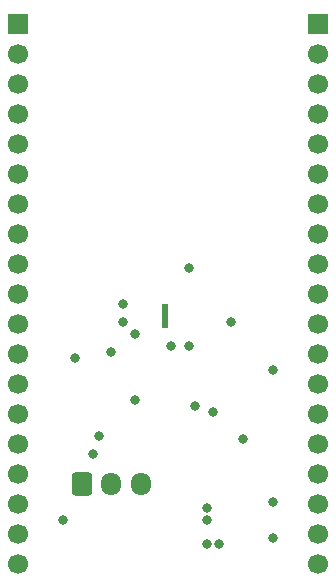
<source format=gbr>
%TF.GenerationSoftware,KiCad,Pcbnew,9.0.1+1*%
%TF.CreationDate,2025-05-03T16:11:17-04:00*%
%TF.ProjectId,lg_hvac_esp32,6c675f68-7661-4635-9f65-737033322e6b,rev?*%
%TF.SameCoordinates,Original*%
%TF.FileFunction,Copper,L4,Bot*%
%TF.FilePolarity,Positive*%
%FSLAX46Y46*%
G04 Gerber Fmt 4.6, Leading zero omitted, Abs format (unit mm)*
G04 Created by KiCad (PCBNEW 9.0.1+1) date 2025-05-03 16:11:17*
%MOMM*%
%LPD*%
G01*
G04 APERTURE LIST*
G04 Aperture macros list*
%AMRoundRect*
0 Rectangle with rounded corners*
0 $1 Rounding radius*
0 $2 $3 $4 $5 $6 $7 $8 $9 X,Y pos of 4 corners*
0 Add a 4 corners polygon primitive as box body*
4,1,4,$2,$3,$4,$5,$6,$7,$8,$9,$2,$3,0*
0 Add four circle primitives for the rounded corners*
1,1,$1+$1,$2,$3*
1,1,$1+$1,$4,$5*
1,1,$1+$1,$6,$7*
1,1,$1+$1,$8,$9*
0 Add four rect primitives between the rounded corners*
20,1,$1+$1,$2,$3,$4,$5,0*
20,1,$1+$1,$4,$5,$6,$7,0*
20,1,$1+$1,$6,$7,$8,$9,0*
20,1,$1+$1,$8,$9,$2,$3,0*%
G04 Aperture macros list end*
%TA.AperFunction,ComponentPad*%
%ADD10O,1.700000X1.950000*%
%TD*%
%TA.AperFunction,ComponentPad*%
%ADD11RoundRect,0.250000X-0.600000X-0.725000X0.600000X-0.725000X0.600000X0.725000X-0.600000X0.725000X0*%
%TD*%
%TA.AperFunction,HeatsinkPad*%
%ADD12C,0.500000*%
%TD*%
%TA.AperFunction,HeatsinkPad*%
%ADD13R,0.500000X2.000000*%
%TD*%
%TA.AperFunction,ComponentPad*%
%ADD14R,1.700000X1.700000*%
%TD*%
%TA.AperFunction,ComponentPad*%
%ADD15C,1.700000*%
%TD*%
%TA.AperFunction,ViaPad*%
%ADD16C,0.800000*%
%TD*%
G04 APERTURE END LIST*
D10*
%TO.P,J1,3,Pin_3*%
%TO.N,Net-(D1-A)*%
X47204000Y-73660000D03*
%TO.P,J1,2,Pin_2*%
%TO.N,LINBUS*%
X44704000Y-73660000D03*
D11*
%TO.P,J1,1,Pin_1*%
%TO.N,GND*%
X42204000Y-73660000D03*
%TD*%
D12*
%TO.P,U1,9,GND*%
%TO.N,GND*%
X49276000Y-58686000D03*
X49276000Y-59436000D03*
D13*
X49276000Y-59436000D03*
D12*
X49276000Y-60186000D03*
%TD*%
D14*
%TO.P,J2,1,Pin_1*%
%TO.N,+3V3*%
X36826320Y-34703840D03*
D15*
%TO.P,J2,2,Pin_2*%
%TO.N,unconnected-(J2-Pin_2-Pad2)*%
X36826320Y-37243840D03*
%TO.P,J2,3,Pin_3*%
%TO.N,unconnected-(J2-Pin_3-Pad3)*%
X36826320Y-39783840D03*
%TO.P,J2,4,Pin_4*%
%TO.N,unconnected-(J2-Pin_4-Pad4)*%
X36826320Y-42323840D03*
%TO.P,J2,5,Pin_5*%
%TO.N,unconnected-(J2-Pin_5-Pad5)*%
X36826320Y-44863840D03*
%TO.P,J2,6,Pin_6*%
%TO.N,unconnected-(J2-Pin_6-Pad6)*%
X36826320Y-47403840D03*
%TO.P,J2,7,Pin_7*%
%TO.N,unconnected-(J2-Pin_7-Pad7)*%
X36826320Y-49943840D03*
%TO.P,J2,8,Pin_8*%
%TO.N,unconnected-(J2-Pin_8-Pad8)*%
X36826320Y-52483840D03*
%TO.P,J2,9,Pin_9*%
%TO.N,TXD*%
X36826320Y-55023840D03*
%TO.P,J2,10,Pin_10*%
%TO.N,RXD*%
X36826320Y-57563840D03*
%TO.P,J2,11,Pin_11*%
%TO.N,unconnected-(J2-Pin_11-Pad11)*%
X36826320Y-60103840D03*
%TO.P,J2,12,Pin_12*%
%TO.N,unconnected-(J2-Pin_12-Pad12)*%
X36826320Y-62643840D03*
%TO.P,J2,13,Pin_13*%
%TO.N,unconnected-(J2-Pin_13-Pad13)*%
X36826320Y-65183840D03*
%TO.P,J2,14,Pin_14*%
%TO.N,GND*%
X36826320Y-67723840D03*
%TO.P,J2,15,Pin_15*%
%TO.N,unconnected-(J2-Pin_15-Pad15)*%
X36826320Y-70263840D03*
%TO.P,J2,16,Pin_16*%
%TO.N,unconnected-(J2-Pin_16-Pad16)*%
X36826320Y-72803840D03*
%TO.P,J2,17,Pin_17*%
%TO.N,unconnected-(J2-Pin_17-Pad17)*%
X36826320Y-75343840D03*
%TO.P,J2,18,Pin_18*%
%TO.N,unconnected-(J2-Pin_18-Pad18)*%
X36826320Y-77883840D03*
%TO.P,J2,19,Pin_19*%
%TO.N,unconnected-(J2-Pin_19-Pad19)*%
X36826320Y-80423840D03*
%TD*%
D14*
%TO.P,J3,1,Pin_1*%
%TO.N,GND*%
X62230000Y-34703840D03*
D15*
%TO.P,J3,2,Pin_2*%
%TO.N,unconnected-(J3-Pin_2-Pad2)*%
X62230000Y-37243840D03*
%TO.P,J3,3,Pin_3*%
%TO.N,unconnected-(J3-Pin_3-Pad3)*%
X62230000Y-39783840D03*
%TO.P,J3,4,Pin_4*%
%TO.N,unconnected-(J3-Pin_4-Pad4)*%
X62230000Y-42323840D03*
%TO.P,J3,5,Pin_5*%
%TO.N,unconnected-(J3-Pin_5-Pad5)*%
X62230000Y-44863840D03*
%TO.P,J3,6,Pin_6*%
%TO.N,unconnected-(J3-Pin_6-Pad6)*%
X62230000Y-47403840D03*
%TO.P,J3,7,Pin_7*%
%TO.N,GND*%
X62230000Y-49943840D03*
%TO.P,J3,8,Pin_8*%
%TO.N,unconnected-(J3-Pin_8-Pad8)*%
X62230000Y-52483840D03*
%TO.P,J3,9,Pin_9*%
%TO.N,unconnected-(J3-Pin_9-Pad9)*%
X62230000Y-55023840D03*
%TO.P,J3,10,Pin_10*%
%TO.N,unconnected-(J3-Pin_10-Pad10)*%
X62230000Y-57563840D03*
%TO.P,J3,11,Pin_11*%
%TO.N,unconnected-(J3-Pin_11-Pad11)*%
X62230000Y-60103840D03*
%TO.P,J3,12,Pin_12*%
%TO.N,unconnected-(J3-Pin_12-Pad12)*%
X62230000Y-62643840D03*
%TO.P,J3,13,Pin_13*%
%TO.N,unconnected-(J3-Pin_13-Pad13)*%
X62230000Y-65183840D03*
%TO.P,J3,14,Pin_14*%
%TO.N,unconnected-(J3-Pin_14-Pad14)*%
X62230000Y-67723840D03*
%TO.P,J3,15,Pin_15*%
%TO.N,unconnected-(J3-Pin_15-Pad15)*%
X62230000Y-70263840D03*
%TO.P,J3,16,Pin_16*%
%TO.N,unconnected-(J3-Pin_16-Pad16)*%
X62230000Y-72803840D03*
%TO.P,J3,17,Pin_17*%
%TO.N,unconnected-(J3-Pin_17-Pad17)*%
X62230000Y-75343840D03*
%TO.P,J3,18,Pin_18*%
%TO.N,unconnected-(J3-Pin_18-Pad18)*%
X62230000Y-77883840D03*
%TO.P,J3,19,Pin_19*%
%TO.N,unconnected-(J3-Pin_19-Pad19)*%
X62230000Y-80423840D03*
%TD*%
D16*
%TO.N,+12V*%
X53848000Y-78740000D03*
X52832000Y-78740000D03*
X52832000Y-75692000D03*
X45720000Y-58420000D03*
X43688000Y-69596000D03*
X45720000Y-59944000D03*
X52832000Y-76708000D03*
X46736000Y-66548000D03*
%TO.N,GND*%
X41656000Y-62992000D03*
X58420000Y-78232000D03*
X46736000Y-60960000D03*
X58420000Y-75184000D03*
X40640000Y-76708000D03*
X44704000Y-62484000D03*
X43180000Y-71120000D03*
X54864000Y-59944000D03*
X51308000Y-55372000D03*
%TO.N,+3V3*%
X51816000Y-67056000D03*
X53340000Y-67564000D03*
X55880000Y-69850000D03*
X49784000Y-61976000D03*
X58420000Y-64008000D03*
X51308000Y-61976000D03*
%TD*%
M02*

</source>
